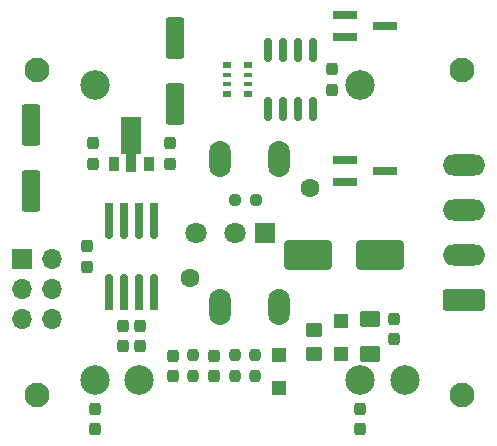
<source format=gts>
%TF.GenerationSoftware,KiCad,Pcbnew,(6.0.0)*%
%TF.CreationDate,2022-05-26T17:50:24+02:00*%
%TF.ProjectId,slider,736c6964-6572-42e6-9b69-6361645f7063,rev?*%
%TF.SameCoordinates,Original*%
%TF.FileFunction,Soldermask,Top*%
%TF.FilePolarity,Negative*%
%FSLAX46Y46*%
G04 Gerber Fmt 4.6, Leading zero omitted, Abs format (unit mm)*
G04 Created by KiCad (PCBNEW (6.0.0)) date 2022-05-26 17:50:24*
%MOMM*%
%LPD*%
G01*
G04 APERTURE LIST*
G04 Aperture macros list*
%AMRoundRect*
0 Rectangle with rounded corners*
0 $1 Rounding radius*
0 $2 $3 $4 $5 $6 $7 $8 $9 X,Y pos of 4 corners*
0 Add a 4 corners polygon primitive as box body*
4,1,4,$2,$3,$4,$5,$6,$7,$8,$9,$2,$3,0*
0 Add four circle primitives for the rounded corners*
1,1,$1+$1,$2,$3*
1,1,$1+$1,$4,$5*
1,1,$1+$1,$6,$7*
1,1,$1+$1,$8,$9*
0 Add four rect primitives between the rounded corners*
20,1,$1+$1,$2,$3,$4,$5,0*
20,1,$1+$1,$4,$5,$6,$7,0*
20,1,$1+$1,$6,$7,$8,$9,0*
20,1,$1+$1,$8,$9,$2,$3,0*%
%AMFreePoly0*
4,1,9,3.862500,-0.866500,0.737500,-0.866500,0.737500,-0.450000,-0.737500,-0.450000,-0.737500,0.450000,0.737500,0.450000,0.737500,0.866500,3.862500,0.866500,3.862500,-0.866500,3.862500,-0.866500,$1*%
G04 Aperture macros list end*
%ADD10C,2.100000*%
%ADD11RoundRect,0.237500X0.237500X-0.250000X0.237500X0.250000X-0.237500X0.250000X-0.237500X-0.250000X0*%
%ADD12R,1.700000X1.700000*%
%ADD13O,1.700000X1.700000*%
%ADD14RoundRect,0.237500X0.237500X-0.300000X0.237500X0.300000X-0.237500X0.300000X-0.237500X-0.300000X0*%
%ADD15R,0.800000X0.500000*%
%ADD16R,0.800000X0.400000*%
%ADD17R,2.000000X0.700000*%
%ADD18RoundRect,0.250000X1.550000X-0.650000X1.550000X0.650000X-1.550000X0.650000X-1.550000X-0.650000X0*%
%ADD19O,3.600000X1.800000*%
%ADD20RoundRect,0.237500X-0.237500X0.250000X-0.237500X-0.250000X0.237500X-0.250000X0.237500X0.250000X0*%
%ADD21RoundRect,0.250000X1.750000X1.000000X-1.750000X1.000000X-1.750000X-1.000000X1.750000X-1.000000X0*%
%ADD22RoundRect,0.237500X-0.250000X-0.237500X0.250000X-0.237500X0.250000X0.237500X-0.250000X0.237500X0*%
%ADD23RoundRect,0.237500X-0.237500X0.300000X-0.237500X-0.300000X0.237500X-0.300000X0.237500X0.300000X0*%
%ADD24R,0.650000X1.700000*%
%ADD25RoundRect,0.250001X-0.624999X0.462499X-0.624999X-0.462499X0.624999X-0.462499X0.624999X0.462499X0*%
%ADD26RoundRect,0.250000X0.450000X-0.350000X0.450000X0.350000X-0.450000X0.350000X-0.450000X-0.350000X0*%
%ADD27RoundRect,0.150000X-0.150000X0.825000X-0.150000X-0.825000X0.150000X-0.825000X0.150000X0.825000X0*%
%ADD28RoundRect,0.250000X0.550000X-1.500000X0.550000X1.500000X-0.550000X1.500000X-0.550000X-1.500000X0*%
%ADD29R,0.900000X1.300000*%
%ADD30FreePoly0,90.000000*%
%ADD31R,1.200000X1.200000*%
%ADD32RoundRect,0.150000X0.150000X-0.825000X0.150000X0.825000X-0.150000X0.825000X-0.150000X-0.825000X0*%
%ADD33C,2.500000*%
%ADD34R,1.800000X1.800000*%
%ADD35C,1.800000*%
%ADD36O,1.850000X3.048000*%
%ADD37C,1.600000*%
G04 APERTURE END LIST*
D10*
%TO.C,H2*%
X158000000Y-86250000D03*
%TD*%
%TO.C,H4*%
X158000000Y-113750000D03*
%TD*%
D11*
%TO.C,R5*%
X135250000Y-112162500D03*
X135250000Y-110337500D03*
%TD*%
D12*
%TO.C,J4*%
X120725000Y-102250000D03*
D13*
X123265000Y-102250000D03*
X120725000Y-104790000D03*
X123265000Y-104790000D03*
X120725000Y-107330000D03*
X123265000Y-107330000D03*
%TD*%
D14*
%TO.C,C14*%
X133500000Y-112112500D03*
X133500000Y-110387500D03*
%TD*%
D15*
%TO.C,RN1*%
X139900000Y-88225000D03*
D16*
X139900000Y-87425000D03*
X139900000Y-86625000D03*
D15*
X139900000Y-85825000D03*
X138100000Y-85825000D03*
D16*
X138100000Y-86625000D03*
X138100000Y-87425000D03*
D15*
X138100000Y-88225000D03*
%TD*%
D17*
%TO.C,Q1*%
X148050000Y-81550000D03*
X148050000Y-83450000D03*
X151450000Y-82500000D03*
%TD*%
D18*
%TO.C,J8*%
X158142500Y-105697500D03*
D19*
X158142500Y-101887500D03*
X158142500Y-98077500D03*
X158142500Y-94267500D03*
%TD*%
D14*
%TO.C,C1*%
X146975000Y-87887500D03*
X146975000Y-86162500D03*
%TD*%
%TO.C,C8*%
X126750000Y-94150000D03*
X126750000Y-92425000D03*
%TD*%
D20*
%TO.C,R2*%
X140500000Y-110337500D03*
X140500000Y-112162500D03*
%TD*%
D21*
%TO.C,C10*%
X151050000Y-101887500D03*
X144950000Y-101887500D03*
%TD*%
D14*
%TO.C,C4*%
X137000000Y-112112500D03*
X137000000Y-110387500D03*
%TD*%
D22*
%TO.C,R1*%
X138735000Y-97250000D03*
X140560000Y-97250000D03*
%TD*%
D23*
%TO.C,C12*%
X149375000Y-114887500D03*
X149375000Y-116612500D03*
%TD*%
%TO.C,C13*%
X126875000Y-114887500D03*
X126875000Y-116612500D03*
%TD*%
D10*
%TO.C,H1*%
X122000000Y-113750000D03*
%TD*%
D24*
%TO.C,U3*%
X128095000Y-105650000D03*
X129365000Y-105650000D03*
X130635000Y-105650000D03*
X131905000Y-105650000D03*
X131905000Y-98350000D03*
X130635000Y-98350000D03*
X129365000Y-98350000D03*
X128095000Y-98350000D03*
%TD*%
D25*
%TO.C,F1*%
X150180000Y-107262500D03*
X150180000Y-110237500D03*
%TD*%
D26*
%TO.C,R4*%
X145500000Y-110237500D03*
X145500000Y-108237500D03*
%TD*%
D27*
%TO.C,U1*%
X145380000Y-84550000D03*
X144110000Y-84550000D03*
X142840000Y-84550000D03*
X141570000Y-84550000D03*
X141570000Y-89500000D03*
X142840000Y-89500000D03*
X144110000Y-89500000D03*
X145380000Y-89500000D03*
%TD*%
D23*
%TO.C,C11*%
X126250000Y-101137500D03*
X126250000Y-102862500D03*
%TD*%
D28*
%TO.C,C9*%
X121500000Y-96450000D03*
X121500000Y-90850000D03*
%TD*%
D29*
%TO.C,U2*%
X128500000Y-94150000D03*
D30*
X130000000Y-94062500D03*
D29*
X131500000Y-94150000D03*
%TD*%
D31*
%TO.C,D2*%
X142500000Y-110350000D03*
X142500000Y-113150000D03*
%TD*%
D10*
%TO.C,H3*%
X122000000Y-86250000D03*
%TD*%
D14*
%TO.C,C5*%
X133250000Y-94150000D03*
X133250000Y-92425000D03*
%TD*%
D23*
%TO.C,C3*%
X129250000Y-107887500D03*
X129250000Y-109612500D03*
%TD*%
D28*
%TO.C,C6*%
X133725000Y-89075000D03*
X133725000Y-83475000D03*
%TD*%
D20*
%TO.C,R3*%
X138750000Y-110337500D03*
X138750000Y-112162500D03*
%TD*%
D31*
%TO.C,D3*%
X147750000Y-110237500D03*
X147750000Y-107437500D03*
%TD*%
D32*
%TO.C,U4*%
X128095000Y-104475000D03*
X129365000Y-104475000D03*
X130635000Y-104475000D03*
X131905000Y-104475000D03*
X131905000Y-99525000D03*
X130635000Y-99525000D03*
X129365000Y-99525000D03*
X128095000Y-99525000D03*
%TD*%
D17*
%TO.C,Q2*%
X148050000Y-93800000D03*
X148050000Y-95700000D03*
X151450000Y-94750000D03*
%TD*%
D23*
%TO.C,C7*%
X152250000Y-107262500D03*
X152250000Y-108987500D03*
%TD*%
%TO.C,C2*%
X130750000Y-107887500D03*
X130750000Y-109612500D03*
%TD*%
D33*
%TO.C,RV1*%
X126875000Y-112500000D03*
X130625000Y-112500000D03*
X126875000Y-87500000D03*
%TD*%
D34*
%TO.C,D1*%
X141275000Y-100000000D03*
D35*
X138735000Y-100000000D03*
%TD*%
D33*
%TO.C,RV2*%
X149375000Y-112500000D03*
X153125000Y-112500000D03*
X149375000Y-87500000D03*
%TD*%
D35*
%TO.C,SW1*%
X135500000Y-100000000D03*
D36*
X137500000Y-93750000D03*
X137500000Y-106250000D03*
X142500000Y-93750000D03*
X142500000Y-106250000D03*
D37*
X145080000Y-96190000D03*
X134920000Y-103810000D03*
%TD*%
M02*

</source>
